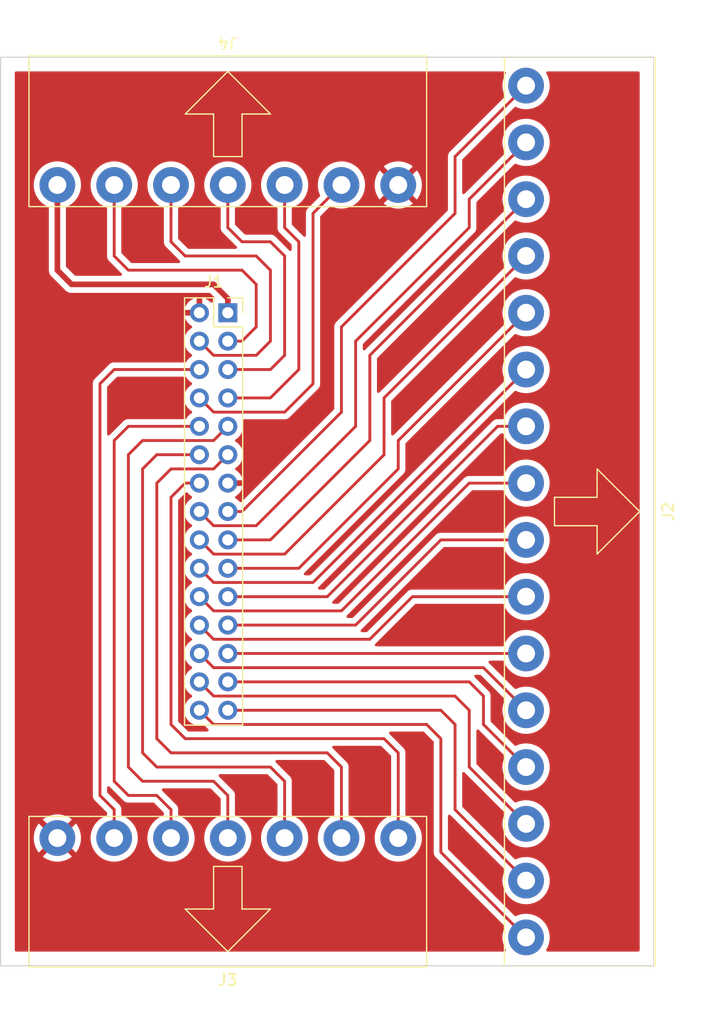
<source format=kicad_pcb>
(kicad_pcb (version 20221018) (generator pcbnew)
  (layers (0 "F.Cu" signal) (31 "B.Cu" signal) (34 "B.Paste" user) (35 "F.Paste" user) (36 "B.SilkS" user "B.Silkscreen") (37 "F.SilkS" user "F.Silkscreen") (38 "B.Mask" user) (39 "F.Mask" user) (44 "Edge.Cuts" user))
  (net 0 "")
  (net 1 "D14")
  (net 2 "D15")
  (net 3 "D12")
  (net 4 "D13")
  (net 5 "D10")
  (net 6 "D11")
  (net 7 "D08")
  (net 8 "D09")
  (net 9 "D06")
  (net 10 "D07")
  (net 11 "D04")
  (net 12 "D05")
  (net 13 "D02")
  (net 14 "D03")
  (net 15 "D00")
  (net 16 "D01")
  (net 17 "GNDREF")
  (net 18 "FRSTDATA")
  (net 19 "CS")
  (net 20 "BUSY")
  (net 21 "RESET")
  (net 22 "RD")
  (net 23 "CONVST A")
  (net 24 "CONVST B")
  (net 25 "OS2")
  (net 26 "RANGE")
  (net 27 "OS0")
  (net 28 "OS1")
  (net 29 "VDDA")
  (footprint "Customer_Connector:2EDG-5.08mm_16P_Horizontal" (layer "F.Cu") (at 110.49 71.12 90)
    (fp_text reference "J2" (at 0 12.7 90 unlocked) (layer "F.SilkS"))
    (fp_text value "Screw_Terminal_01x16")
    (fp_line (start -3.81 6.35) (end -1.27 6.35) (stroke (width 0.12)) (layer "F.SilkS"))
    (fp_line (start -1.27 2.54) (end 1.27 2.54) (stroke (width 0.12)) (layer "F.SilkS"))
    (fp_line (start -1.27 6.35) (end -1.27 2.54) (stroke (width 0.12)) (layer "F.SilkS"))
    (fp_line (start 0 10.16) (end -3.81 6.35) (stroke (width 0.12)) (layer "F.SilkS"))
    (fp_line (start 1.27 2.54) (end 1.27 6.35) (stroke (width 0.12)) (layer "F.SilkS"))
    (fp_line (start 1.27 6.35) (end 3.81 6.35) (stroke (width 0.12)) (layer "F.SilkS"))
    (fp_line (start 3.81 6.35) (end 0 10.16) (stroke (width 0.12)) (layer "F.SilkS"))
    (fp_rect (start -40.64 -1.935) (end 40.64 11.535) (stroke (width 0.12)) (fill none) (layer "F.SilkS"))
    (pad "1" thru_hole circle (at -38.1 0 90) (size 3.2 3.2) (drill 1.6) (layers "*.Cu" "*.Mask") (net 2 "D15"))
    (pad "2" thru_hole circle (at -33.02 0 90) (size 3.2 3.2) (drill 1.6) (layers "*.Cu" "*.Mask") (net 1 "D14"))
    (pad "3" thru_hole circle (at -27.94 0 90) (size 3.2 3.2) (drill 1.6) (layers "*.Cu" "*.Mask") (net 4 "D13"))
    (pad "4" thru_hole circle (at -22.86 0 90) (size 3.2 3.2) (drill 1.6) (layers "*.Cu" "*.Mask") (net 3 "D12"))
    (pad "5" thru_hole circle (at -17.78 0 90) (size 3.2 3.2) (drill 1.6) (layers "*.Cu" "*.Mask") (net 6 "D11"))
    (pad "6" thru_hole circle (at -12.7 0 90) (size 3.2 3.2) (drill 1.6) (layers "*.Cu" "*.Mask") (net 5 "D10"))
    (pad "7" thru_hole circle (at -7.62 0 90) (size 3.2 3.2) (drill 1.6) (layers "*.Cu" "*.Mask") (net 8 "D09"))
    (pad "8" thru_hole circle (at -2.54 0 90) (size 3.2 3.2) (drill 1.6) (layers "*.Cu" "*.Mask") (net 7 "D08"))
    (pad "9" thru_hole circle (at 2.54 0 90) (size 3.2 3.2) (drill 1.6) (layers "*.Cu" "*.Mask") (net 10 "D07"))
    (pad "10" thru_hole circle (at 7.62 0 90) (size 3.2 3.2) (drill 1.6) (layers "*.Cu" "*.Mask") (net 9 "D06"))
    (pad "11" thru_hole circle (at 12.7 0 90) (size 3.2 3.2) (drill 1.6) (layers "*.Cu" "*.Mask") (net 12 "D05"))
    (pad "12" thru_hole circle (at 17.78 0 90) (size 3.2 3.2) (drill 1.6) (layers "*.Cu" "*.Mask") (net 11 "D04"))
    (pad "13" thru_hole circle (at 22.86 0 90) (size 3.2 3.2) (drill 1.6) (layers "*.Cu" "*.Mask") (net 14 "D03"))
    (pad "14" thru_hole circle (at 27.94 0 90) (size 3.2 3.2) (drill 1.6) (layers "*.Cu" "*.Mask") (net 13 "D02"))
    (pad "15" thru_hole circle (at 33.02 0 90) (size 3.2 3.2) (drill 1.6) (layers "*.Cu" "*.Mask") (net 16 "D01"))
    (pad "16" thru_hole circle (at 38.1 0 90) (size 3.2 3.2) (drill 1.6) (layers "*.Cu" "*.Mask") (net 15 "D00"))
  )
  (footprint "Customer_Connector:2EDG-5.08mm_7P_Horizontal" (layer "F.Cu") (at 83.82 100.33)
    (fp_text reference "J3" (at 0 12.7 unlocked) (layer "F.SilkS"))
    (fp_text value "Screw_Terminal_01x07")
    (fp_line (start -3.81 6.35) (end -1.27 6.35) (stroke (width 0.12)) (layer "F.SilkS"))
    (fp_line (start -1.27 2.54) (end 1.27 2.54) (stroke (width 0.12)) (layer "F.SilkS"))
    (fp_line (start -1.27 6.35) (end -1.27 2.54) (stroke (width 0.12)) (layer "F.SilkS"))
    (fp_line (start 0 10.16) (end -3.81 6.35) (stroke (width 0.12)) (layer "F.SilkS"))
    (fp_line (start 1.27 2.54) (end 1.27 6.35) (stroke (width 0.12)) (layer "F.SilkS"))
    (fp_line (start 1.27 6.35) (end 3.81 6.35) (stroke (width 0.12)) (layer "F.SilkS"))
    (fp_line (start 3.81 6.35) (end 0 10.16) (stroke (width 0.12)) (layer "F.SilkS"))
    (fp_rect (start -17.78 -1.935) (end 17.78 11.535) (stroke (width 0.12)) (fill none) (layer "F.SilkS"))
    (pad "1" thru_hole circle (at -15.24 0) (size 3.2 3.2) (drill 1.6) (layers "*.Cu" "*.Mask") (net 17 "GNDREF"))
    (pad "2" thru_hole circle (at -10.16 0) (size 3.2 3.2) (drill 1.6) (layers "*.Cu" "*.Mask") (net 26 "RANGE"))
    (pad "3" thru_hole circle (at -5.08 0) (size 3.2 3.2) (drill 1.6) (layers "*.Cu" "*.Mask") (net 22 "RD"))
    (pad "4" thru_hole circle (at 0 0) (size 3.2 3.2) (drill 1.6) (layers "*.Cu" "*.Mask") (net 21 "RESET"))
    (pad "5" thru_hole circle (at 5.08 0) (size 3.2 3.2) (drill 1.6) (layers "*.Cu" "*.Mask") (net 20 "BUSY"))
    (pad "6" thru_hole circle (at 10.16 0) (size 3.2 3.2) (drill 1.6) (layers "*.Cu" "*.Mask") (net 19 "CS"))
    (pad "7" thru_hole circle (at 15.24 0) (size 3.2 3.2) (drill 1.6) (layers "*.Cu" "*.Mask") (net 18 "FRSTDATA"))
  )
  (footprint "Connector_PinSocket_2.54mm:PinSocket_2x15_P2.54mm_Vertical" (layer "F.Cu") (at 83.82 53.34)
    (fp_text reference "J1" (at -1.27 -2.77) (layer "F.SilkS"))
    (fp_text value "Conn_02x15_Odd_Even")
    (fp_line (start -3.87 -1.33) (end -3.87 36.89) (stroke (width 0.12)) (layer "F.SilkS"))
    (fp_line (start -3.87 -1.33) (end -1.27 -1.33) (stroke (width 0.12)) (layer "F.SilkS"))
    (fp_line (start -3.87 36.89) (end 1.33 36.89) (stroke (width 0.12)) (layer "F.SilkS"))
    (fp_line (start -1.27 -1.33) (end -1.27 1.27) (stroke (width 0.12)) (layer "F.SilkS"))
    (fp_line (start -1.27 1.27) (end 1.33 1.27) (stroke (width 0.12)) (layer "F.SilkS"))
    (fp_line (start 0 -1.33) (end 1.33 -1.33) (stroke (width 0.12)) (layer "F.SilkS"))
    (fp_line (start 1.33 -1.33) (end 1.33 0) (stroke (width 0.12)) (layer "F.SilkS"))
    (fp_line (start 1.33 1.27) (end 1.33 36.89) (stroke (width 0.12)) (layer "F.SilkS"))
    (pad "1" thru_hole rect (at 0 0) (size 1.7 1.7) (drill 1) (layers "*.Cu" "*.Mask") (net 29 "VDDA"))
    (pad "2" thru_hole oval (at -2.54 0) (size 1.7 1.7) (drill 1) (layers "*.Cu" "*.Mask") (net 17 "GNDREF"))
    (pad "3" thru_hole oval (at 0 2.54) (size 1.7 1.7) (drill 1) (layers "*.Cu" "*.Mask") (net 27 "OS0"))
    (pad "4" thru_hole oval (at -2.54 2.54) (size 1.7 1.7) (drill 1) (layers "*.Cu" "*.Mask") (net 28 "OS1"))
    (pad "5" thru_hole oval (at 0 5.08) (size 1.7 1.7) (drill 1) (layers "*.Cu" "*.Mask") (net 25 "OS2"))
    (pad "6" thru_hole oval (at -2.54 5.08) (size 1.7 1.7) (drill 1) (layers "*.Cu" "*.Mask") (net 26 "RANGE"))
    (pad "7" thru_hole oval (at 0 7.62) (size 1.7 1.7) (drill 1) (layers "*.Cu" "*.Mask") (net 23 "CONVST A"))
    (pad "8" thru_hole oval (at -2.54 7.62) (size 1.7 1.7) (drill 1) (layers "*.Cu" "*.Mask") (net 24 "CONVST B"))
    (pad "9" thru_hole oval (at 0 10.16) (size 1.7 1.7) (drill 1) (layers "*.Cu" "*.Mask") (net 21 "RESET"))
    (pad "10" thru_hole oval (at -2.54 10.16) (size 1.7 1.7) (drill 1) (layers "*.Cu" "*.Mask") (net 22 "RD"))
    (pad "11" thru_hole oval (at 0 12.7) (size 1.7 1.7) (drill 1) (layers "*.Cu" "*.Mask") (net 19 "CS"))
    (pad "12" thru_hole oval (at -2.54 12.7) (size 1.7 1.7) (drill 1) (layers "*.Cu" "*.Mask") (net 20 "BUSY"))
    (pad "13" thru_hole oval (at 0 15.24) (size 1.7 1.7) (drill 1) (layers "*.Cu" "*.Mask") (net 17 "GNDREF"))
    (pad "14" thru_hole oval (at -2.54 15.24) (size 1.7 1.7) (drill 1) (layers "*.Cu" "*.Mask") (net 18 "FRSTDATA"))
    (pad "15" thru_hole oval (at 0 17.78) (size 1.7 1.7) (drill 1) (layers "*.Cu" "*.Mask") (net 15 "D00"))
    (pad "16" thru_hole oval (at -2.54 17.78) (size 1.7 1.7) (drill 1) (layers "*.Cu" "*.Mask") (net 16 "D01"))
    (pad "17" thru_hole oval (at 0 20.32) (size 1.7 1.7) (drill 1) (layers "*.Cu" "*.Mask") (net 13 "D02"))
    (pad "18" thru_hole oval (at -2.54 20.32) (size 1.7 1.7) (drill 1) (layers "*.Cu" "*.Mask") (net 14 "D03"))
    (pad "19" thru_hole oval (at 0 22.86) (size 1.7 1.7) (drill 1) (layers "*.Cu" "*.Mask") (net 11 "D04"))
    (pad "20" thru_hole oval (at -2.54 22.86) (size 1.7 1.7) (drill 1) (layers "*.Cu" "*.Mask") (net 12 "D05"))
    (pad "21" thru_hole oval (at 0 25.4) (size 1.7 1.7) (drill 1) (layers "*.Cu" "*.Mask") (net 9 "D06"))
    (pad "22" thru_hole oval (at -2.54 25.4) (size 1.7 1.7) (drill 1) (layers "*.Cu" "*.Mask") (net 10 "D07"))
    (pad "23" thru_hole oval (at 0 27.94) (size 1.7 1.7) (drill 1) (layers "*.Cu" "*.Mask") (net 7 "D08"))
    (pad "24" thru_hole oval (at -2.54 27.94) (size 1.7 1.7) (drill 1) (layers "*.Cu" "*.Mask") (net 8 "D09"))
    (pad "25" thru_hole oval (at 0 30.48) (size 1.7 1.7) (drill 1) (layers "*.Cu" "*.Mask") (net 5 "D10"))
    (pad "26" thru_hole oval (at -2.54 30.48) (size 1.7 1.7) (drill 1) (layers "*.Cu" "*.Mask") (net 6 "D11"))
    (pad "27" thru_hole oval (at 0 33.02) (size 1.7 1.7) (drill 1) (layers "*.Cu" "*.Mask") (net 3 "D12"))
    (pad "28" thru_hole oval (at -2.54 33.02) (size 1.7 1.7) (drill 1) (layers "*.Cu" "*.Mask") (net 4 "D13"))
    (pad "29" thru_hole oval (at 0 35.56) (size 1.7 1.7) (drill 1) (layers "*.Cu" "*.Mask") (net 1 "D14"))
    (pad "30" thru_hole oval (at -2.54 35.56) (size 1.7 1.7) (drill 1) (layers "*.Cu" "*.Mask") (net 2 "D15"))
  )
  (footprint "Customer_Connector:2EDG-5.08mm_7P_Horizontal" (layer "F.Cu") (at 83.82 41.91 180)
    (fp_text reference "J4" (at 0 12.7 180 unlocked) (layer "F.SilkS"))
    (fp_text value "Screw_Terminal_01x07")
    (fp_line (start -3.81 6.35) (end -1.27 6.35) (stroke (width 0.12)) (layer "F.SilkS"))
    (fp_line (start -1.27 2.54) (end 1.27 2.54) (stroke (width 0.12)) (layer "F.SilkS"))
    (fp_line (start -1.27 6.35) (end -1.27 2.54) (stroke (width 0.12)) (layer "F.SilkS"))
    (fp_line (start 0 10.16) (end -3.81 6.35) (stroke (width 0.12)) (layer "F.SilkS"))
    (fp_line (start 1.27 2.54) (end 1.27 6.35) (stroke (width 0.12)) (layer "F.SilkS"))
    (fp_line (start 1.27 6.35) (end 3.81 6.35) (stroke (width 0.12)) (layer "F.SilkS"))
    (fp_line (start 3.81 6.35) (end 0 10.16) (stroke (width 0.12)) (layer "F.SilkS"))
    (fp_rect (start -17.78 -1.935) (end 17.78 11.535) (stroke (width 0.12)) (fill none) (layer "F.SilkS"))
    (pad "1" thru_hole circle (at -15.24 0 180) (size 3.2 3.2) (drill 1.6) (layers "*.Cu" "*.Mask") (net 17 "GNDREF"))
    (pad "2" thru_hole circle (at -10.16 0 180) (size 3.2 3.2) (drill 1.6) (layers "*.Cu" "*.Mask") (net 24 "CONVST B"))
    (pad "3" thru_hole circle (at -5.08 0 180) (size 3.2 3.2) (drill 1.6) (layers "*.Cu" "*.Mask") (net 23 "CONVST A"))
    (pad "4" thru_hole circle (at 0 0 180) (size 3.2 3.2) (drill 1.6) (layers "*.Cu" "*.Mask") (net 25 "OS2"))
    (pad "5" thru_hole circle (at 5.08 0 180) (size 3.2 3.2) (drill 1.6) (layers "*.Cu" "*.Mask") (net 28 "OS1"))
    (pad "6" thru_hole circle (at 10.16 0 180) (size 3.2 3.2) (drill 1.6) (layers "*.Cu" "*.Mask") (net 27 "OS0"))
    (pad "7" thru_hole circle (at 15.24 0 180) (size 3.2 3.2) (drill 1.6) (layers "*.Cu" "*.Mask") (net 29 "VDDA"))
  )
  (gr_rect (start 63.5 30.48) (end 121.92 111.76) (stroke (width 0.1)) (fill none) (layer "Edge.Cuts"))
  (segment (start 104.14 90.17) (end 104.14 97.79) (width 0.254) (layer "F.Cu") (net 1))
  (segment (start 104.14 97.79) (end 110.49 104.14) (width 0.254) (layer "F.Cu") (net 1))
  (segment (start 102.87 88.9) (end 104.14 90.17) (width 0.254) (layer "F.Cu") (net 1))
  (segment (start 83.82 88.9) (end 102.87 88.9) (width 0.254) (layer "F.Cu") (net 1))
  (segment (start 82.55 90.17) (end 101.6 90.17) (width 0.254) (layer "F.Cu") (net 2))
  (segment (start 102.87 91.44) (end 102.87 101.6) (width 0.254) (layer "F.Cu") (net 2))
  (segment (start 81.28 88.9) (end 82.55 90.17) (width 0.254) (layer "F.Cu") (net 2))
  (segment (start 101.6 90.17) (end 102.87 91.44) (width 0.254) (layer "F.Cu") (net 2))
  (segment (start 102.87 101.6) (end 110.49 109.22) (width 0.254) (layer "F.Cu") (net 2))
  (segment (start 83.82 86.36) (end 105.41 86.36) (width 0.254) (layer "F.Cu") (net 3))
  (segment (start 106.68 90.17) (end 110.49 93.98) (width 0.254) (layer "F.Cu") (net 3))
  (segment (start 105.41 86.36) (end 106.68 87.63) (width 0.254) (layer "F.Cu") (net 3))
  (segment (start 106.68 87.63) (end 106.68 90.17) (width 0.254) (layer "F.Cu") (net 3))
  (segment (start 105.41 93.98) (end 110.49 99.06) (width 0.254) (layer "F.Cu") (net 4))
  (segment (start 82.55 87.63) (end 104.14 87.63) (width 0.254) (layer "F.Cu") (net 4))
  (segment (start 105.41 88.9) (end 105.41 93.98) (width 0.254) (layer "F.Cu") (net 4))
  (segment (start 81.28 86.36) (end 82.55 87.63) (width 0.254) (layer "F.Cu") (net 4))
  (segment (start 104.14 87.63) (end 105.41 88.9) (width 0.254) (layer "F.Cu") (net 4))
  (segment (start 83.82 83.82) (end 110.49 83.82) (width 0.254) (layer "F.Cu") (net 5))
  (segment (start 81.28 83.82) (end 82.55 85.09) (width 0.254) (layer "F.Cu") (net 6))
  (segment (start 106.68 85.09) (end 110.49 88.9) (width 0.254) (layer "F.Cu") (net 6))
  (segment (start 82.55 85.09) (end 106.68 85.09) (width 0.254) (layer "F.Cu") (net 6))
  (segment (start 83.82 81.28) (end 95.25 81.28) (width 0.254) (layer "F.Cu") (net 7))
  (segment (start 95.25 81.28) (end 102.87 73.66) (width 0.254) (layer "F.Cu") (net 7))
  (segment (start 102.87 73.66) (end 110.49 73.66) (width 0.254) (layer "F.Cu") (net 7))
  (segment (start 100.33 78.74) (end 110.49 78.74) (width 0.254) (layer "F.Cu") (net 8))
  (segment (start 82.55 82.55) (end 96.52 82.55) (width 0.254) (layer "F.Cu") (net 8))
  (segment (start 96.52 82.55) (end 100.33 78.74) (width 0.254) (layer "F.Cu") (net 8))
  (segment (start 81.28 81.28) (end 82.55 82.55) (width 0.254) (layer "F.Cu") (net 8))
  (segment (start 92.71 78.74) (end 107.95 63.5) (width 0.254) (layer "F.Cu") (net 9))
  (segment (start 107.95 63.5) (end 110.49 63.5) (width 0.254) (layer "F.Cu") (net 9))
  (segment (start 83.82 78.74) (end 92.71 78.74) (width 0.254) (layer "F.Cu") (net 9))
  (segment (start 81.28 78.74) (end 82.55 80.01) (width 0.254) (layer "F.Cu") (net 10))
  (segment (start 105.41 68.58) (end 110.49 68.58) (width 0.254) (layer "F.Cu") (net 10))
  (segment (start 93.98 80.01) (end 105.41 68.58) (width 0.254) (layer "F.Cu") (net 10))
  (segment (start 82.55 80.01) (end 93.98 80.01) (width 0.254) (layer "F.Cu") (net 10))
  (segment (start 99.06 64.77) (end 110.49 53.34) (width 0.254) (layer "F.Cu") (net 11))
  (segment (start 99.06 67.31) (end 99.06 64.77) (width 0.254) (layer "F.Cu") (net 11))
  (segment (start 83.82 76.2) (end 90.17 76.2) (width 0.254) (layer "F.Cu") (net 11))
  (segment (start 90.17 76.2) (end 99.06 67.31) (width 0.254) (layer "F.Cu") (net 11))
  (segment (start 82.55 77.47) (end 91.44 77.47) (width 0.254) (layer "F.Cu") (net 12))
  (segment (start 81.28 76.2) (end 82.55 77.47) (width 0.254) (layer "F.Cu") (net 12))
  (segment (start 91.44 77.47) (end 110.49 58.42) (width 0.254) (layer "F.Cu") (net 12))
  (segment (start 96.52 57.15) (end 110.49 43.18) (width 0.254) (layer "F.Cu") (net 13))
  (segment (start 96.52 64.77) (end 96.52 57.15) (width 0.254) (layer "F.Cu") (net 13))
  (segment (start 87.63 73.66) (end 96.52 64.77) (width 0.254) (layer "F.Cu") (net 13))
  (segment (start 83.82 73.66) (end 87.63 73.66) (width 0.254) (layer "F.Cu") (net 13))
  (segment (start 97.79 60.96) (end 110.49 48.26) (width 0.254) (layer "F.Cu") (net 14))
  (segment (start 97.79 66.04) (end 97.79 60.96) (width 0.254) (layer "F.Cu") (net 14))
  (segment (start 82.55 74.93) (end 88.9 74.93) (width 0.254) (layer "F.Cu") (net 14))
  (segment (start 88.9 74.93) (end 97.79 66.04) (width 0.254) (layer "F.Cu") (net 14))
  (segment (start 81.28 73.66) (end 82.55 74.93) (width 0.254) (layer "F.Cu") (net 14))
  (segment (start 110.49 33.02) (end 104.14 39.37) (width 0.254) (layer "F.Cu") (net 15))
  (segment (start 93.98 54.61) (end 93.98 62.23) (width 0.254) (layer "F.Cu") (net 15))
  (segment (start 104.14 44.45) (end 93.98 54.61) (width 0.254) (layer "F.Cu") (net 15))
  (segment (start 85.09 71.12) (end 83.82 71.12) (width 0.254) (layer "F.Cu") (net 15))
  (segment (start 104.14 39.37) (end 104.14 44.45) (width 0.254) (layer "F.Cu") (net 15))
  (segment (start 93.98 62.23) (end 85.09 71.12) (width 0.254) (layer "F.Cu") (net 15))
  (segment (start 95.25 55.88) (end 95.25 63.5) (width 0.254) (layer "F.Cu") (net 16))
  (segment (start 105.41 43.18) (end 105.41 45.72) (width 0.254) (layer "F.Cu") (net 16))
  (segment (start 105.41 45.72) (end 95.25 55.88) (width 0.254) (layer "F.Cu") (net 16))
  (segment (start 86.36 72.39) (end 82.55 72.39) (width 0.254) (layer "F.Cu") (net 16))
  (segment (start 110.49 38.1) (end 105.41 43.18) (width 0.254) (layer "F.Cu") (net 16))
  (segment (start 82.55 72.39) (end 81.28 71.12) (width 0.254) (layer "F.Cu") (net 16))
  (segment (start 95.25 63.5) (end 86.36 72.39) (width 0.254) (layer "F.Cu") (net 16))
  (segment (start 78.74 90.17) (end 80.01 91.44) (width 0.254) (layer "F.Cu") (net 18))
  (segment (start 80.01 91.44) (end 97.79 91.44) (width 0.254) (layer "F.Cu") (net 18))
  (segment (start 78.74 69.85) (end 78.74 90.17) (width 0.254) (layer "F.Cu") (net 18))
  (segment (start 97.79 91.44) (end 99.06 92.71) (width 0.254) (layer "F.Cu") (net 18))
  (segment (start 81.28 68.58) (end 80.01 68.58) (width 0.254) (layer "F.Cu") (net 18))
  (segment (start 80.01 68.58) (end 78.74 69.85) (width 0.254) (layer "F.Cu") (net 18))
  (segment (start 99.06 92.71) (end 99.06 100.33) (width 0.254) (layer "F.Cu") (net 18))
  (segment (start 78.74 67.31) (end 77.47 68.58) (width 0.254) (layer "F.Cu") (net 19))
  (segment (start 83.82 66.04) (end 82.55 67.31) (width 0.254) (layer "F.Cu") (net 19))
  (segment (start 77.47 91.44) (end 78.74 92.71) (width 0.254) (layer "F.Cu") (net 19))
  (segment (start 82.55 67.31) (end 78.74 67.31) (width 0.254) (layer "F.Cu") (net 19))
  (segment (start 93.98 93.98) (end 93.98 100.33) (width 0.254) (layer "F.Cu") (net 19))
  (segment (start 92.71 92.71) (end 93.98 93.98) (width 0.254) (layer "F.Cu") (net 19))
  (segment (start 78.74 92.71) (end 92.71 92.71) (width 0.254) (layer "F.Cu") (net 19))
  (segment (start 77.47 68.58) (end 77.47 91.44) (width 0.254) (layer "F.Cu") (net 19))
  (segment (start 88.9 95.25) (end 88.9 100.33) (width 0.254) (layer "F.Cu") (net 20))
  (segment (start 77.47 93.98) (end 87.63 93.98) (width 0.254) (layer "F.Cu") (net 20))
  (segment (start 77.47 66.04) (end 76.2 67.31) (width 0.254) (layer "F.Cu") (net 20))
  (segment (start 76.2 67.31) (end 76.2 92.71) (width 0.254) (layer "F.Cu") (net 20))
  (segment (start 87.63 93.98) (end 88.9 95.25) (width 0.254) (layer "F.Cu") (net 20))
  (segment (start 76.2 92.71) (end 77.47 93.98) (width 0.254) (layer "F.Cu") (net 20))
  (segment (start 81.28 66.04) (end 77.47 66.04) (width 0.254) (layer "F.Cu") (net 20))
  (segment (start 83.82 96.52) (end 83.82 100.33) (width 0.254) (layer "F.Cu") (net 21))
  (segment (start 82.55 95.25) (end 83.82 96.52) (width 0.254) (layer "F.Cu") (net 21))
  (segment (start 76.2 64.77) (end 74.93 66.04) (width 0.254) (layer "F.Cu") (net 21))
  (segment (start 76.2 95.25) (end 82.55 95.25) (width 0.254) (layer "F.Cu") (net 21))
  (segment (start 83.82 63.5) (end 82.55 64.77) (width 0.254) (layer "F.Cu") (net 21))
  (segment (start 82.55 64.77) (end 76.2 64.77) (width 0.254) (layer "F.Cu") (net 21))
  (segment (start 74.93 66.04) (end 74.93 93.98) (width 0.254) (layer "F.Cu") (net 21))
  (segment (start 74.93 93.98) (end 76.2 95.25) (width 0.254) (layer "F.Cu") (net 21))
  (segment (start 74.93 63.5) (end 73.66 64.77) (width 0.254) (layer "F.Cu") (net 22))
  (segment (start 74.93 96.52) (end 77.47 96.52) (width 0.254) (layer "F.Cu") (net 22))
  (segment (start 73.66 64.77) (end 73.66 95.25) (width 0.254) (layer "F.Cu") (net 22))
  (segment (start 81.28 63.5) (end 74.93 63.5) (width 0.254) (layer "F.Cu") (net 22))
  (segment (start 77.47 96.52) (end 78.74 97.79) (width 0.254) (layer "F.Cu") (net 22))
  (segment (start 78.74 97.79) (end 78.74 100.33) (width 0.254) (layer "F.Cu") (net 22))
  (segment (start 73.66 95.25) (end 74.93 96.52) (width 0.254) (layer "F.Cu") (net 22))
  (segment (start 88.9 45.72) (end 88.9 41.91) (width 0.254) (layer "F.Cu") (net 23))
  (segment (start 90.17 46.99) (end 88.9 45.72) (width 0.254) (layer "F.Cu") (net 23))
  (segment (start 90.17 58.42) (end 90.17 46.99) (width 0.254) (layer "F.Cu") (net 23))
  (segment (start 83.82 60.96) (end 87.63 60.96) (width 0.254) (layer "F.Cu") (net 23))
  (segment (start 87.63 60.96) (end 90.17 58.42) (width 0.254) (layer "F.Cu") (net 23))
  (segment (start 91.44 44.45) (end 93.98 41.91) (width 0.254) (layer "F.Cu") (net 24))
  (segment (start 82.55 62.23) (end 88.9 62.23) (width 0.254) (layer "F.Cu") (net 24))
  (segment (start 91.44 59.69) (end 91.44 44.45) (width 0.254) (layer "F.Cu") (net 24))
  (segment (start 88.9 62.23) (end 91.44 59.69) (width 0.254) (layer "F.Cu") (net 24))
  (segment (start 81.28 60.96) (end 82.55 62.23) (width 0.254) (layer "F.Cu") (net 24))
  (segment (start 88.9 57.15) (end 88.9 48.26) (width 0.254) (layer "F.Cu") (net 25))
  (segment (start 83.82 58.42) (end 87.63 58.42) (width 0.254) (layer "F.Cu") (net 25))
  (segment (start 87.63 46.99) (end 85.09 46.99) (width 0.254) (layer "F.Cu") (net 25))
  (segment (start 87.63 58.42) (end 88.9 57.15) (width 0.254) (layer "F.Cu") (net 25))
  (segment (start 88.9 48.26) (end 87.63 46.99) (width 0.254) (layer "F.Cu") (net 25))
  (segment (start 85.09 46.99) (end 83.82 45.72) (width 0.254) (layer "F.Cu") (net 25))
  (segment (start 83.82 45.72) (end 83.82 41.91) (width 0.254) (layer "F.Cu") (net 25))
  (segment (start 72.39 59.69) (end 72.39 96.52) (width 0.254) (layer "F.Cu") (net 26))
  (segment (start 72.39 96.52) (end 73.66 97.79) (width 0.254) (layer "F.Cu") (net 26))
  (segment (start 73.66 97.79) (end 73.66 100.33) (width 0.254) (layer "F.Cu") (net 26))
  (segment (start 81.28 58.42) (end 73.66 58.42) (width 0.254) (layer "F.Cu") (net 26))
  (segment (start 73.66 58.42) (end 72.39 59.69) (width 0.254) (layer "F.Cu") (net 26))
  (segment (start 83.82 55.88) (end 85.09 55.88) (width 0.254) (layer "F.Cu") (net 27))
  (segment (start 73.66 48.26) (end 73.66 41.91) (width 0.254) (layer "F.Cu") (net 27))
  (segment (start 85.09 49.53) (end 74.93 49.53) (width 0.254) (layer "F.Cu") (net 27))
  (segment (start 85.09 55.88) (end 86.36 54.61) (width 0.254) (layer "F.Cu") (net 27))
  (segment (start 86.36 54.61) (end 86.36 50.8) (width 0.254) (layer "F.Cu") (net 27))
  (segment (start 86.36 50.8) (end 85.09 49.53) (width 0.254) (layer "F.Cu") (net 27))
  (segment (start 74.93 49.53) (end 73.66 48.26) (width 0.254) (layer "F.Cu") (net 27))
  (segment (start 78.74 46.99) (end 78.74 41.91) (width 0.254) (layer "F.Cu") (net 28))
  (segment (start 80.01 48.26) (end 78.74 46.99) (width 0.254) (layer "F.Cu") (net 28))
  (segment (start 86.36 57.15) (end 87.63 55.88) (width 0.254) (layer "F.Cu") (net 28))
  (segment (start 86.36 48.26) (end 80.01 48.26) (width 0.254) (layer "F.Cu") (net 28))
  (segment (start 87.63 55.88) (end 87.63 49.53) (width 0.254) (layer "F.Cu") (net 28))
  (segment (start 81.28 55.88) (end 82.55 57.15) (width 0.254) (layer "F.Cu") (net 28))
  (segment (start 87.63 49.53) (end 86.36 48.26) (width 0.254) (layer "F.Cu") (net 28))
  (segment (start 82.55 57.15) (end 86.36 57.15) (width 0.254) (layer "F.Cu") (net 28))
  (segment (start 69.85 50.8) (end 68.58 49.53) (width 0.508) (layer "F.Cu") (net 29))
  (segment (start 82.55 50.8) (end 69.85 50.8) (width 0.508) (layer "F.Cu") (net 29))
  (segment (start 68.58 49.53) (end 68.58 41.91) (width 0.508) (layer "F.Cu") (net 29))
  (segment (start 83.82 52.07) (end 82.55 50.8) (width 0.508) (layer "F.Cu") (net 29))
  (segment (start 83.82 53.34) (end 83.82 52.07) (width 0.508) (layer "F.Cu") (net 29))
  (zone (net 17) (net_name "GNDREF") (layer "F.Cu") (connect_pads (clearance 0.508)) (min_thickness 0.254) (fill yes (thermal_gap 0.508) (thermal_bridge_width 0.508) (island_removal_mode 2) (island_area_min 12.9032))
    (polygon (pts (xy 64.77 31.75) (xy 120.65 31.75) (xy 120.65 110.49) (xy 64.77 110.49)))
  )
)
</source>
